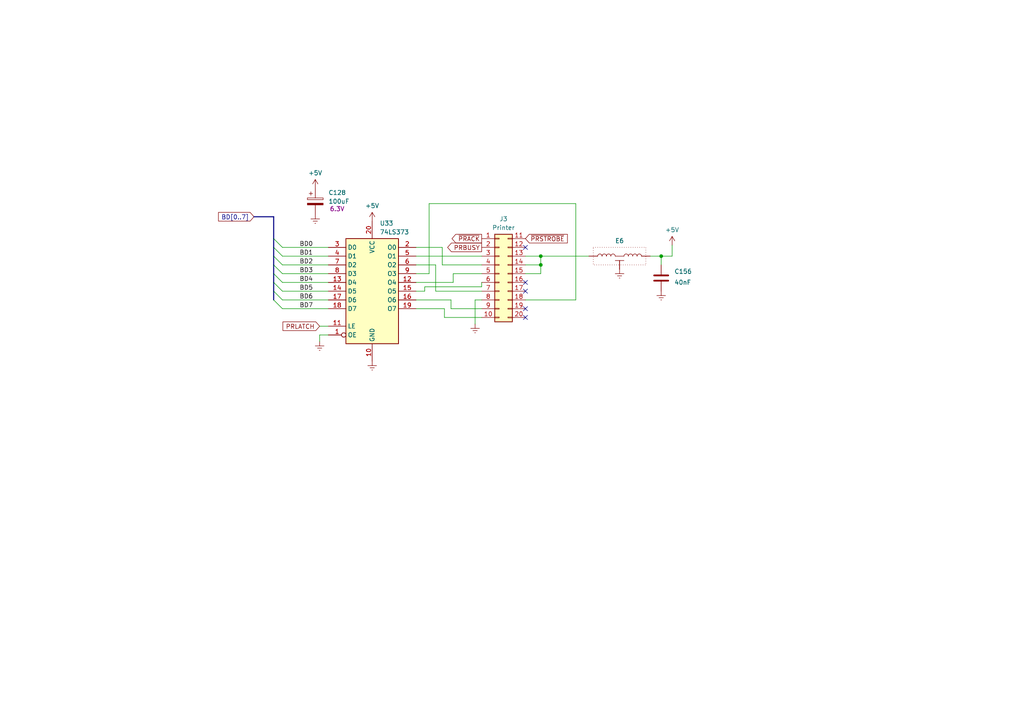
<source format=kicad_sch>
(kicad_sch (version 20230121) (generator eeschema)
  (paper "A4")
  (title_block (title "Dick Smith Cat - Motherboard") (date "1984") (company "Video Technology Ltd.") (comment 2 "Schematic Redrawn by Rhys Weatherley") (comment 3 "Printer Interface"))
  (lib_symbols
    (symbol "74xx:74LS373"
      (property "Reference" "U" (at -7.62 16.51 0))
      (property "Value" "74LS373" (at -7.62 -16.51 0))
      (symbol "74LS373_1_0"
        (pin input inverted (at -12.7 -12.7 0) (length 5.08) (name "OE") (number "1"))
        (pin power_in line (at 0 -20.32 90) (length 5.08) (name "GND") (number "10"))
        (pin input line (at -12.7 -10.16 0) (length 5.08) (name "LE") (number "11"))
        (pin tri_state line (at 12.7 2.54 180) (length 5.08) (name "O4") (number "12"))
        (pin input line (at -12.7 2.54 0) (length 5.08) (name "D4") (number "13"))
        (pin input line (at -12.7 0 0) (length 5.08) (name "D5") (number "14"))
        (pin tri_state line (at 12.7 0 180) (length 5.08) (name "O5") (number "15"))
        (pin tri_state line (at 12.7 -2.54 180) (length 5.08) (name "O6") (number "16"))
        (pin input line (at -12.7 -2.54 0) (length 5.08) (name "D6") (number "17"))
        (pin input line (at -12.7 -5.08 0) (length 5.08) (name "D7") (number "18"))
        (pin tri_state line (at 12.7 -5.08 180) (length 5.08) (name "O7") (number "19"))
        (pin tri_state line (at 12.7 12.7 180) (length 5.08) (name "O0") (number "2"))
        (pin power_in line (at 0 20.32 270) (length 5.08) (name "VCC") (number "20"))
        (pin input line (at -12.7 12.7 0) (length 5.08) (name "D0") (number "3"))
        (pin input line (at -12.7 10.16 0) (length 5.08) (name "D1") (number "4"))
        (pin tri_state line (at 12.7 10.16 180) (length 5.08) (name "O1") (number "5"))
        (pin tri_state line (at 12.7 7.62 180) (length 5.08) (name "O2") (number "6"))
        (pin input line (at -12.7 7.62 0) (length 5.08) (name "D2") (number "7"))
        (pin input line (at -12.7 5.08 0) (length 5.08) (name "D3") (number "8"))
        (pin tri_state line (at 12.7 5.08 180) (length 5.08) (name "O3") (number "9"))
      )
      (symbol "74LS373_1_1"
        (rectangle (start -7.62 15.24) (end 7.62 -15.24) (stroke (width 0.254)) (fill (type background)))
      )
    )
    (symbol "Connector_Generic:Conn_02x10_Top_Bottom" (pin_names (offset 1.016) hide)
      (property "Reference" "J" (at 1.27 12.7 0))
      (property "Value" "Conn_02x10_Top_Bottom" (at 1.27 -15.24 0))
      (symbol "Conn_02x10_Top_Bottom_1_1"
        (rectangle (start -1.27 -12.573) (end 0 -12.827) (stroke (width 0.1524)))
        (rectangle (start -1.27 -10.033) (end 0 -10.287) (stroke (width 0.1524)))
        (rectangle (start -1.27 -7.493) (end 0 -7.747) (stroke (width 0.1524)))
        (rectangle (start -1.27 -4.953) (end 0 -5.207) (stroke (width 0.1524)))
        (rectangle (start -1.27 -2.413) (end 0 -2.667) (stroke (width 0.1524)))
        (rectangle (start -1.27 0.127) (end 0 -0.127) (stroke (width 0.1524)))
        (rectangle (start -1.27 2.667) (end 0 2.413) (stroke (width 0.1524)))
        (rectangle (start -1.27 5.207) (end 0 4.953) (stroke (width 0.1524)))
        (rectangle (start -1.27 7.747) (end 0 7.493) (stroke (width 0.1524)))
        (rectangle (start -1.27 10.287) (end 0 10.033) (stroke (width 0.1524)))
        (rectangle (start -1.27 11.43) (end 3.81 -13.97) (stroke (width 0.254)) (fill (type background)))
        (rectangle (start 3.81 -12.573) (end 2.54 -12.827) (stroke (width 0.1524)))
        (rectangle (start 3.81 -10.033) (end 2.54 -10.287) (stroke (width 0.1524)))
        (rectangle (start 3.81 -7.493) (end 2.54 -7.747) (stroke (width 0.1524)))
        (rectangle (start 3.81 -4.953) (end 2.54 -5.207) (stroke (width 0.1524)))
        (rectangle (start 3.81 -2.413) (end 2.54 -2.667) (stroke (width 0.1524)))
        (rectangle (start 3.81 0.127) (end 2.54 -0.127) (stroke (width 0.1524)))
        (rectangle (start 3.81 2.667) (end 2.54 2.413) (stroke (width 0.1524)))
        (rectangle (start 3.81 5.207) (end 2.54 4.953) (stroke (width 0.1524)))
        (rectangle (start 3.81 7.747) (end 2.54 7.493) (stroke (width 0.1524)))
        (rectangle (start 3.81 10.287) (end 2.54 10.033) (stroke (width 0.1524)))
        (pin passive line (at -5.08 10.16 0) (length 3.81) (name "Pin_1") (number "1"))
        (pin passive line (at -5.08 -12.7 0) (length 3.81) (name "Pin_10") (number "10"))
        (pin passive line (at 7.62 10.16 180) (length 3.81) (name "Pin_11") (number "11"))
        (pin passive line (at 7.62 7.62 180) (length 3.81) (name "Pin_12") (number "12"))
        (pin passive line (at 7.62 5.08 180) (length 3.81) (name "Pin_13") (number "13"))
        (pin passive line (at 7.62 2.54 180) (length 3.81) (name "Pin_14") (number "14"))
        (pin passive line (at 7.62 0 180) (length 3.81) (name "Pin_15") (number "15"))
        (pin passive line (at 7.62 -2.54 180) (length 3.81) (name "Pin_16") (number "16"))
        (pin passive line (at 7.62 -5.08 180) (length 3.81) (name "Pin_17") (number "17"))
        (pin passive line (at 7.62 -7.62 180) (length 3.81) (name "Pin_18") (number "18"))
        (pin passive line (at 7.62 -10.16 180) (length 3.81) (name "Pin_19") (number "19"))
        (pin passive line (at -5.08 7.62 0) (length 3.81) (name "Pin_2") (number "2"))
        (pin passive line (at 7.62 -12.7 180) (length 3.81) (name "Pin_20") (number "20"))
        (pin passive line (at -5.08 5.08 0) (length 3.81) (name "Pin_3") (number "3"))
        (pin passive line (at -5.08 2.54 0) (length 3.81) (name "Pin_4") (number "4"))
        (pin passive line (at -5.08 0 0) (length 3.81) (name "Pin_5") (number "5"))
        (pin passive line (at -5.08 -2.54 0) (length 3.81) (name "Pin_6") (number "6"))
        (pin passive line (at -5.08 -5.08 0) (length 3.81) (name "Pin_7") (number "7"))
        (pin passive line (at -5.08 -7.62 0) (length 3.81) (name "Pin_8") (number "8"))
        (pin passive line (at -5.08 -10.16 0) (length 3.81) (name "Pin_9") (number "9"))
      )
    )
    (symbol "Device:C" (pin_numbers hide) (pin_names (offset 0.254))
      (property "Reference" "C" (at 0.635 2.54 0))
      (property "Value" "C" (at 0.635 -2.54 0))
      (symbol "C_0_1"
        (polyline (pts (xy -2.032 -0.762) (xy 2.032 -0.762)) (stroke (width 0.508)))
        (polyline (pts (xy -2.032 0.762) (xy 2.032 0.762)) (stroke (width 0.508)))
      )
      (symbol "C_1_1"
        (pin passive line (at 0 3.81 270) (length 2.794) (name "~") (number "1"))
        (pin passive line (at 0 -3.81 90) (length 2.794) (name "~") (number "2"))
      )
    )
    (symbol "Device:C_Polarized" (pin_numbers hide) (pin_names (offset 0.254))
      (property "Reference" "C" (at 0.635 2.54 0))
      (property "Value" "C_Polarized" (at 0.635 -2.54 0))
      (symbol "C_Polarized_0_1"
        (rectangle (start -2.286 0.508) (end 2.286 1.016))
        (polyline (pts (xy -1.778 2.286) (xy -0.762 2.286)))
        (polyline (pts (xy -1.27 2.794) (xy -1.27 1.778)))
        (rectangle (start 2.286 -0.508) (end -2.286 -1.016) (fill (type outline)))
      )
      (symbol "C_Polarized_1_1"
        (pin passive line (at 0 3.81 270) (length 2.794) (name "~") (number "1"))
        (pin passive line (at 0 -3.81 90) (length 2.794) (name "~") (number "2"))
      )
    )
    (symbol "Line_Filter:Line_Filter" (pin_numbers hide) (pin_names (offset 1.016) hide)
      (property "Reference" "E" (at -2.54 3.81 0))
      (property "Value" "E" (at 1.27 3.81 0))
      (symbol "Line_Filter_0_1"
        (arc (start -7.62 0) (mid -8.255 0.6323) (end -8.89 0))
        (arc (start -6.35 0) (mid -6.985 0.6323) (end -7.62 0))
        (arc (start -5.08 0) (mid -5.715 0.6323) (end -6.35 0))
        (arc (start -3.81 0) (mid -4.445 0.6323) (end -5.08 0))
        (polyline (pts (xy -3.81 -1.27) (xy -1.27 -1.27)))
        (polyline (pts (xy -3.81 0) (xy -1.27 0)))
        (arc (start 0 0.0027) (mid -0.635 0.635) (end -1.27 0.0027))
        (arc (start 1.27 0.0027) (mid 0.635 0.635) (end 0 0.0027))
        (arc (start 2.54 0.0027) (mid 1.905 0.635) (end 1.27 0.0027))
        (arc (start 3.81 0.0027) (mid 3.175 0.635) (end 2.54 0.0027))
      )
      (symbol "Line_Filter_1_1"
        (rectangle (start -10.16 2.54) (end 5.08 -2.54) (stroke (width 0) (type dot)))
        (pin passive line (at -11.43 0 0) (length 2.54) (name "1") (number "1"))
        (pin passive line (at -2.54 -3.81 90) (length 2.54) (name "") (number "2"))
        (pin passive line (at 6.35 0 180) (length 2.54) (name "3") (number "3"))
      )
    )
    (symbol "power:+5V" (power) (pin_names (offset 0))
      (property "Value" "+5V" (at 0 3.556 0))
      (symbol "+5V_0_1"
        (polyline (pts (xy -0.762 1.27) (xy 0 2.54)))
        (polyline (pts (xy 0 0) (xy 0 2.54)))
        (polyline (pts (xy 0 2.54) (xy 0.762 1.27)))
      )
      (symbol "+5V_1_1"
        (pin power_in line (at 0 0 90) (length 0) hide (name "+5V") (number "1"))
      )
    )
    (symbol "power:Earth" (power) (pin_names (offset 0))
      (symbol "Earth_0_1"
        (polyline (pts (xy -0.635 -1.905) (xy 0.635 -1.905)))
        (polyline (pts (xy -0.127 -2.54) (xy 0.127 -2.54)))
        (polyline (pts (xy 0 -1.27) (xy 0 0)))
        (polyline (pts (xy 1.27 -1.27) (xy -1.27 -1.27)))
      )
      (symbol "Earth_1_1"
        (pin power_in line (at 0 0 270) (length 0) hide (name "Earth") (number "1"))
      )
    )
  )
  (junction (at 191.77 74.295))
  (junction (at 156.845 76.835))
  (junction (at 156.845 74.295))
  (no_connect (at 152.4 84.455))
  (no_connect (at 152.4 81.915))
  (no_connect (at 152.4 89.535))
  (no_connect (at 152.4 92.075))
  (no_connect (at 152.4 71.755))
  (bus_entry (at 79.375 74.295) (size 2.54 2.54))
  (bus_entry (at 79.375 86.995) (size 2.54 2.54))
  (bus_entry (at 79.375 84.455) (size 2.54 2.54))
  (bus_entry (at 79.375 79.375) (size 2.54 2.54))
  (bus_entry (at 79.375 81.915) (size 2.54 2.54))
  (bus_entry (at 79.375 71.755) (size 2.54 2.54))
  (bus_entry (at 79.375 76.835) (size 2.54 2.54))
  (bus_entry (at 79.375 69.215) (size 2.54 2.54))
  (wire (pts (xy 95.25 97.155) (xy 92.71 97.155)))
  (wire (pts (xy 128.905 89.535) (xy 120.65 89.535)))
  (wire (pts (xy 120.65 79.375) (xy 124.46 79.375)))
  (wire (pts (xy 188.595 74.295) (xy 191.77 74.295)))
  (wire (pts (xy 139.7 92.075) (xy 128.905 92.075)))
  (wire (pts (xy 81.915 74.295) (xy 95.25 74.295)))
  (bus (pts (xy 79.375 84.455) (xy 79.375 81.915)))
  (wire (pts (xy 191.77 74.295) (xy 194.945 74.295)))
  (wire (pts (xy 126.365 76.835) (xy 126.365 84.455)))
  (wire (pts (xy 120.65 81.915) (xy 131.445 81.915)))
  (wire (pts (xy 124.46 59.055) (xy 167.005 59.055)))
  (wire (pts (xy 128.27 76.835) (xy 139.7 76.835)))
  (wire (pts (xy 81.915 81.915) (xy 95.25 81.915)))
  (wire (pts (xy 126.365 84.455) (xy 139.7 84.455)))
  (bus (pts (xy 79.375 69.215) (xy 79.375 62.865)))
  (wire (pts (xy 120.65 71.755) (xy 128.27 71.755)))
  (wire (pts (xy 92.71 97.155) (xy 92.71 99.06)))
  (wire (pts (xy 156.845 74.295) (xy 170.815 74.295)))
  (bus (pts (xy 79.375 71.755) (xy 79.375 69.215)))
  (wire (pts (xy 128.905 92.075) (xy 128.905 89.535)))
  (wire (pts (xy 123.19 83.185) (xy 139.7 83.185)))
  (wire (pts (xy 124.46 79.375) (xy 124.46 59.055)))
  (bus (pts (xy 79.375 81.915) (xy 79.375 79.375)))
  (wire (pts (xy 81.915 84.455) (xy 95.25 84.455)))
  (wire (pts (xy 137.795 86.995) (xy 137.795 93.98)))
  (wire (pts (xy 120.65 84.455) (xy 123.19 84.455)))
  (wire (pts (xy 156.845 79.375) (xy 156.845 76.835)))
  (wire (pts (xy 130.81 86.995) (xy 120.65 86.995)))
  (wire (pts (xy 131.445 79.375) (xy 139.7 79.375)))
  (wire (pts (xy 92.71 94.615) (xy 95.25 94.615)))
  (bus (pts (xy 79.375 86.995) (xy 79.375 84.455)))
  (wire (pts (xy 128.27 71.755) (xy 128.27 76.835)))
  (wire (pts (xy 152.4 76.835) (xy 156.845 76.835)))
  (wire (pts (xy 81.915 79.375) (xy 95.25 79.375)))
  (bus (pts (xy 79.375 74.295) (xy 79.375 71.755)))
  (wire (pts (xy 191.77 74.295) (xy 191.77 76.835)))
  (wire (pts (xy 81.915 89.535) (xy 95.25 89.535)))
  (wire (pts (xy 167.005 59.055) (xy 167.005 86.995)))
  (wire (pts (xy 156.845 76.835) (xy 156.845 74.295)))
  (wire (pts (xy 167.005 86.995) (xy 152.4 86.995)))
  (bus (pts (xy 79.375 79.375) (xy 79.375 76.835)))
  (wire (pts (xy 120.65 74.295) (xy 139.7 74.295)))
  (wire (pts (xy 81.915 71.755) (xy 95.25 71.755)))
  (wire (pts (xy 152.4 79.375) (xy 156.845 79.375)))
  (wire (pts (xy 139.7 89.535) (xy 130.81 89.535)))
  (wire (pts (xy 194.945 74.295) (xy 194.945 71.12)))
  (bus (pts (xy 79.375 76.835) (xy 79.375 74.295)))
  (wire (pts (xy 152.4 74.295) (xy 156.845 74.295)))
  (wire (pts (xy 139.7 83.185) (xy 139.7 81.915)))
  (wire (pts (xy 81.915 76.835) (xy 95.25 76.835)))
  (bus (pts (xy 79.375 62.865) (xy 73.66 62.865)))
  (wire (pts (xy 81.915 86.995) (xy 95.25 86.995)))
  (wire (pts (xy 139.7 86.995) (xy 137.795 86.995)))
  (wire (pts (xy 123.19 84.455) (xy 123.19 83.185)))
  (wire (pts (xy 120.65 76.835) (xy 126.365 76.835)))
  (wire (pts (xy 130.81 89.535) (xy 130.81 86.995)))
  (wire (pts (xy 131.445 81.915) (xy 131.445 79.375)))
  (label "BD7" (at 90.805 89.535 180))
  (label "BD2" (at 90.805 76.835 180))
  (label "BD1" (at 90.805 74.295 180))
  (label "BD6" (at 90.805 86.995 180))
  (label "BD3" (at 90.805 79.375 180))
  (label "BD4" (at 90.805 81.915 180))
  (label "BD5" (at 90.805 84.455 180))
  (label "BD0" (at 90.805 71.755 180))
  (global_label "PRBUSY" (shape output) (at 139.7 71.755 180) (property "Intersheetrefs" "${INTERSHEET_REFS}" (effects hide)))
  (global_label "BD[0..7]" (shape input) (at 73.66 62.865 180) (property "Intersheetrefs" "${INTERSHEET_REFS}" (effects hide)))
  (global_label "~{PRACK}" (shape output) (at 139.7 69.215 180) (property "Intersheetrefs" "${INTERSHEET_REFS}" (effects hide)))
  (global_label "~{PRSTROBE}" (shape input) (at 152.4 69.215 0) (property "Intersheetrefs" "${INTERSHEET_REFS}" (effects hide)))
  (global_label "PRLATCH" (shape input) (at 92.71 94.615 180) (property "Intersheetrefs" "${INTERSHEET_REFS}" (effects hide)))
  (symbol (lib_id "74xx:74LS373") (at 107.95 84.455 0) (unit 1)
    (property "Reference" "U33" (at 110.1441 64.77 0) (effects (justify left)))
    (property "Value" "74LS373" (at 110.1441 67.31 0) (effects (justify left)))
    (property "Datasheet" "http://www.ti.com/lit/gpn/sn74LS373" (effects hide))
  )
  (symbol (lib_id "power:Earth") (at 191.77 84.455 0) (unit 1)
    (property "Reference" "#PWR0142" (effects hide))
    (property "Value" "Earth" (effects hide))
  )
  (symbol (lib_id "power:Earth") (at 137.795 93.98 0) (unit 1)
    (property "Reference" "#PWR0140" (effects hide))
    (property "Value" "Earth" (effects hide))
  )
  (symbol (lib_id "power:+5V") (at 91.44 54.61 0) (unit 1)
    (property "Reference" "#PWR0138" (effects hide))
    (property "Value" "+5V" (at 91.44 50.165 0))
  )
  (symbol (lib_id "power:+5V") (at 194.945 71.12 0) (unit 1)
    (property "Reference" "#PWR0141" (effects hide))
    (property "Value" "+5V" (at 194.945 66.675 0))
  )
  (symbol (lib_id "Device:C_Polarized") (at 91.44 58.42 0) (unit 1)
    (property "Reference" "C128" (at 95.25 55.88 0) (effects (justify left)))
    (property "Value" "100uF" (at 95.25 58.42 0) (effects (justify left)))
    (property "Footprint" "Capacitor_THT:CP_Radial_D8.0mm_P5.00mm" (effects hide))
    (property "Rating" "6.3V" (at 97.79 60.579 0))
  )
  (symbol (lib_id "Connector_Generic:Conn_02x10_Top_Bottom") (at 144.78 79.375 0) (unit 1)
    (property "Reference" "J3" (at 146.05 63.5 0))
    (property "Value" "Printer" (at 146.05 66.04 0))
  )
  (symbol (lib_id "power:Earth") (at 92.71 99.06 0) (unit 1)
    (property "Reference" "#PWR0137" (effects hide))
    (property "Value" "Earth" (effects hide))
  )
  (symbol (lib_id "power:Earth") (at 179.705 78.105 0) (unit 1)
    (property "Reference" "#PWR0220" (effects hide))
    (property "Value" "Earth" (effects hide))
  )
  (symbol (lib_id "Device:C") (at 191.77 80.645 0) (unit 1)
    (property "Reference" "C156" (at 195.58 78.74 0) (effects (justify left)))
    (property "Value" "40nF" (at 195.58 81.915 0) (effects (justify left)))
    (property "Footprint" "Capacitor_THT:C_Disc_D5.0mm_W2.5mm_P5.00mm" (effects hide))
  )
  (symbol (lib_id "power:Earth") (at 107.95 104.775 0) (unit 1)
    (property "Reference" "#PWR0136" (effects hide))
    (property "Value" "Earth" (effects hide))
  )
  (symbol (lib_id "power:+5V") (at 107.95 64.135 0) (unit 1)
    (property "Reference" "#PWR0135" (effects hide))
    (property "Value" "+5V" (at 107.95 59.69 0))
  )
  (symbol (lib_id "Line_Filter:Line_Filter") (at 182.245 74.295 0) (unit 1)
    (property "Reference" "E6" (at 179.705 69.85 0))
    (property "Value" "E" (effects hide))
  )
  (symbol (lib_id "power:Earth") (at 91.44 62.23 0) (unit 1)
    (property "Reference" "#PWR0139" (effects hide))
    (property "Value" "Earth" (effects hide))
  )
)
</source>
